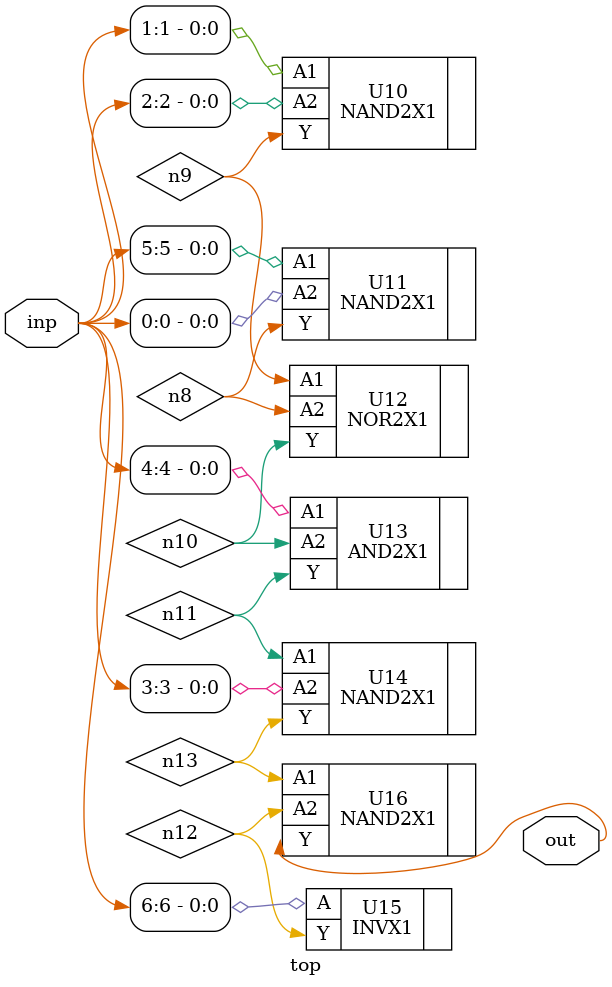
<source format=sv>


module top ( inp, out );
  input [6:0] inp;
  output out;
  wire   n8, n9, n10, n11, n12, n13;

  NAND2X1 U10 ( .A1(inp[1]), .A2(inp[2]), .Y(n9) );
  NAND2X1 U11 ( .A1(inp[5]), .A2(inp[0]), .Y(n8) );
  NOR2X1 U12 ( .A1(n9), .A2(n8), .Y(n10) );
  AND2X1 U13 ( .A1(inp[4]), .A2(n10), .Y(n11) );
  NAND2X1 U14 ( .A1(n11), .A2(inp[3]), .Y(n13) );
  INVX1 U15 ( .A(inp[6]), .Y(n12) );
  NAND2X1 U16 ( .A1(n13), .A2(n12), .Y(out) );
endmodule


</source>
